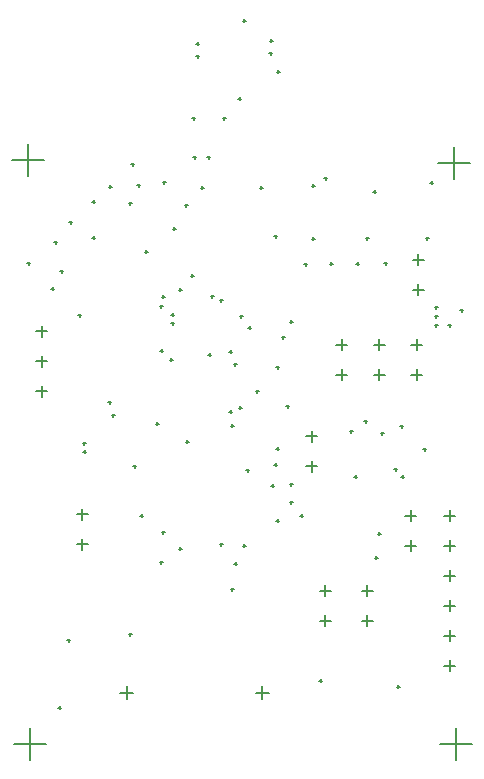
<source format=gbr>
%TF.GenerationSoftware,Altium Limited,Altium Designer,19.1.5 (86)*%
G04 Layer_Color=128*
%FSLAX26Y26*%
%MOIN*%
%TF.FileFunction,Drillmap*%
%TF.Part,Single*%
G01*
G75*
%TA.AperFunction,NonConductor*%
%ADD48C,0.005000*%
D48*
X2721969Y1055000D02*
X2757402D01*
X2739685Y1037284D02*
Y1072716D01*
X2721969Y1155000D02*
X2757402D01*
X2739685Y1137284D02*
Y1172716D01*
X3052284Y790000D02*
X3087716D01*
X3070000Y772284D02*
Y807716D01*
X3052284Y890000D02*
X3087716D01*
X3070000Y872284D02*
Y907716D01*
X2907284Y540000D02*
X2942716D01*
X2925000Y522284D02*
Y557716D01*
X2907284Y640000D02*
X2942716D01*
X2925000Y622284D02*
Y657716D01*
X2767284Y540000D02*
X2802716D01*
X2785000Y522284D02*
Y557716D01*
X2767284Y640000D02*
X2802716D01*
X2785000Y622284D02*
Y657716D01*
X1822284Y1305000D02*
X1857716D01*
X1840000Y1287284D02*
Y1322716D01*
X1822284Y1405000D02*
X1857716D01*
X1840000Y1387284D02*
Y1422716D01*
X1822284Y1505000D02*
X1857716D01*
X1840000Y1487284D02*
Y1522716D01*
X1957284Y795000D02*
X1992716D01*
X1975000Y777284D02*
Y812716D01*
X1957284Y895000D02*
X1992716D01*
X1975000Y877284D02*
Y912716D01*
X3182284Y390000D02*
X3217716D01*
X3200000Y372284D02*
Y407716D01*
X3182284Y490000D02*
X3217716D01*
X3200000Y472284D02*
Y507716D01*
X3182284Y590000D02*
X3217716D01*
X3200000Y572284D02*
Y607716D01*
X3182284Y690000D02*
X3217716D01*
X3200000Y672284D02*
Y707716D01*
X3182284Y790000D02*
X3217716D01*
X3200000Y772284D02*
Y807716D01*
X3182284Y890000D02*
X3217716D01*
X3200000Y872284D02*
Y907716D01*
X3072284Y1460000D02*
X3107716D01*
X3090000Y1442284D02*
Y1477716D01*
X3072284Y1360000D02*
X3107716D01*
X3090000Y1342284D02*
Y1377716D01*
X2947284Y1460000D02*
X2982716D01*
X2965000Y1442284D02*
Y1477716D01*
X2947284Y1360000D02*
X2982716D01*
X2965000Y1342284D02*
Y1377716D01*
X2822284Y1460000D02*
X2857716D01*
X2840000Y1442284D02*
Y1477716D01*
X2822284Y1360000D02*
X2857716D01*
X2840000Y1342284D02*
Y1377716D01*
X3077284Y1643242D02*
X3112716D01*
X3095000Y1625525D02*
Y1660958D01*
X3077284Y1743242D02*
X3112716D01*
X3095000Y1725525D02*
Y1760958D01*
X2102559Y300000D02*
X2145866D01*
X2124213Y278346D02*
Y321654D01*
X2553347Y300000D02*
X2596653D01*
X2575000Y278346D02*
Y321654D01*
X2276849Y1847427D02*
X2286849D01*
X2281849Y1842427D02*
Y1852427D01*
X2239918Y1619493D02*
X2249918D01*
X2244918Y1614493D02*
Y1624493D01*
X2008397Y1817265D02*
X2018397D01*
X2013397Y1812265D02*
Y1822265D01*
X2337196Y1690000D02*
X2347196D01*
X2342196Y1685000D02*
Y1695000D01*
X2480000Y1395000D02*
X2490000D01*
X2485000Y1390000D02*
Y1400000D01*
X2394638Y1426024D02*
X2404638D01*
X2399638Y1421024D02*
Y1431024D01*
X2621575Y1385000D02*
X2631575D01*
X2626575Y1380000D02*
Y1390000D01*
X2464431Y1236917D02*
X2474431D01*
X2469431Y1231917D02*
Y1241917D01*
X2497042Y1249322D02*
X2507042D01*
X2502042Y1244322D02*
Y1254322D01*
X3015000Y1045709D02*
X3025000D01*
X3020000Y1040709D02*
Y1050709D01*
X1895000Y250000D02*
X1905000D01*
X1900000Y245000D02*
Y255000D01*
X3111505Y1110853D02*
X3121505D01*
X3116505Y1105853D02*
Y1115853D01*
X3038266Y1020000D02*
X3048266D01*
X3043266Y1015000D02*
Y1025000D01*
X2621575Y1113037D02*
X2631575D01*
X2626575Y1108037D02*
Y1118037D01*
X2881890Y1020000D02*
X2891890D01*
X2886890Y1015000D02*
Y1025000D01*
X2667474Y995000D02*
X2677474D01*
X2672474Y990000D02*
Y1000000D01*
X2667474Y935000D02*
X2677474D01*
X2672474Y930000D02*
Y940000D01*
X2605000Y990000D02*
X2615000D01*
X2610000Y985000D02*
Y995000D01*
X2482109Y730000D02*
X2492109D01*
X2487109Y725000D02*
Y735000D01*
X2297509Y780000D02*
X2307509D01*
X2302509Y775000D02*
Y785000D01*
X2233058Y735281D02*
X2243058D01*
X2238058Y730281D02*
Y740281D01*
X2470000Y645000D02*
X2480000D01*
X2475000Y640000D02*
Y650000D01*
X2867582Y1172362D02*
X2877582D01*
X2872582Y1167362D02*
Y1177362D01*
X3235000Y1575000D02*
X3245000D01*
X3240000Y1570000D02*
Y1580000D01*
X3195000Y1525000D02*
X3205000D01*
X3200000Y1520000D02*
Y1530000D01*
X3150000Y1525000D02*
X3160000D01*
X3155000Y1520000D02*
Y1530000D01*
X3150000Y1555000D02*
X3160000D01*
X3155000Y1550000D02*
Y1560000D01*
X3150000Y1585000D02*
X3160000D01*
X3155000Y1580000D02*
Y1590000D01*
X2667474Y1536446D02*
X2677474D01*
X2672474Y1531446D02*
Y1541446D01*
X2640000Y1485000D02*
X2650000D01*
X2645000Y1480000D02*
Y1490000D01*
X2553877Y1305000D02*
X2563877D01*
X2558877Y1300000D02*
Y1310000D01*
X3023445Y320000D02*
X3033445D01*
X3028445Y315000D02*
Y325000D01*
X2765000Y340000D02*
X2775000D01*
X2770000Y335000D02*
Y345000D01*
X2500000Y1555000D02*
X2510000D01*
X2505000Y1550000D02*
Y1560000D01*
X2271559Y1531886D02*
X2281559D01*
X2276559Y1526886D02*
Y1536886D01*
X2271559Y1559725D02*
X2281559D01*
X2276559Y1554725D02*
Y1564725D01*
X1977806Y1102649D02*
X1987806D01*
X1982806Y1097649D02*
Y1107649D01*
X1977339Y1131283D02*
X1987339D01*
X1982339Y1126283D02*
Y1136283D01*
X2320000Y1137424D02*
X2330000D01*
X2325000Y1132424D02*
Y1142424D01*
X2220006Y1196922D02*
X2230006D01*
X2225006Y1191922D02*
Y1201922D01*
X2522345Y1041890D02*
X2532345D01*
X2527345Y1036890D02*
Y1046890D01*
X2239918Y835000D02*
X2249918D01*
X2244918Y830000D02*
Y840000D01*
X2130476Y495000D02*
X2140476D01*
X2135476Y490000D02*
Y500000D01*
X1925000Y475000D02*
X1935000D01*
X1930000Y470000D02*
Y480000D01*
X2144396Y1055000D02*
X2154396D01*
X2149396Y1050000D02*
Y1060000D01*
X2623975Y2370000D02*
X2633975D01*
X2628975Y2365000D02*
Y2375000D01*
X2495000Y2280000D02*
X2505000D01*
X2500000Y2275000D02*
Y2285000D01*
X2355000Y2422196D02*
X2365000D01*
X2360000Y2417196D02*
Y2427196D01*
X2355000Y2463474D02*
X2365000D01*
X2360000Y2458474D02*
Y2468474D01*
X2370000Y1983899D02*
X2380000D01*
X2375000Y1978899D02*
Y1988899D01*
X2567417Y1983899D02*
X2577417D01*
X2572417Y1978899D02*
Y1988899D01*
X2781099Y2015000D02*
X2791099D01*
X2786099Y2010000D02*
Y2020000D01*
X2464431Y1437234D02*
X2474431D01*
X2469431Y1432234D02*
Y1442234D01*
X3034406Y1187678D02*
X3044406D01*
X3039406Y1182678D02*
Y1192678D01*
X2970000Y1165000D02*
X2980000D01*
X2975000Y1160000D02*
Y1170000D01*
X2915000Y1204173D02*
X2925000D01*
X2920000Y1199173D02*
Y1209173D01*
X3120000Y1815827D02*
X3130000D01*
X3125000Y1810827D02*
Y1820827D01*
X2919472Y1815827D02*
X2929472D01*
X2924472Y1810827D02*
Y1820827D01*
X2740000Y1813205D02*
X2750000D01*
X2745000Y1808205D02*
Y1818205D01*
X3135000Y2000000D02*
X3145000D01*
X3140000Y1995000D02*
Y2005000D01*
X2235000Y1440000D02*
X2245000D01*
X2240000Y1435000D02*
Y1445000D01*
X2443228Y2214188D02*
X2453228D01*
X2448228Y2209188D02*
Y2219188D01*
X2342196Y2215000D02*
X2352196D01*
X2347196Y2210000D02*
Y2220000D01*
X2391872Y2085362D02*
X2401872D01*
X2396872Y2080362D02*
Y2090362D01*
X2345000Y2085362D02*
X2355000D01*
X2350000Y2080362D02*
Y2090362D01*
X2469537Y1189182D02*
X2479537D01*
X2474537Y1184182D02*
Y1194182D01*
X2615000Y1059331D02*
X2625000D01*
X2620000Y1054331D02*
Y1064331D01*
X2073425Y1225000D02*
X2083425D01*
X2078425Y1220000D02*
Y1230000D01*
X2061868Y1268425D02*
X2071868D01*
X2066868Y1263425D02*
Y1273425D01*
X2655635Y1255586D02*
X2665635D01*
X2660635Y1250586D02*
Y1260586D01*
X2598974Y2431358D02*
X2608974D01*
X2603974Y2426358D02*
Y2436358D01*
X2600000Y2472780D02*
X2610000D01*
X2605000Y2467780D02*
Y2477780D01*
X2510000Y2540000D02*
X2520000D01*
X2515000Y2535000D02*
Y2545000D01*
X2945000Y1970000D02*
X2955000D01*
X2950000Y1965000D02*
Y1975000D01*
X2233058Y1587564D02*
X2243058D01*
X2238058Y1582564D02*
Y1592564D01*
X2297509Y1642729D02*
X2307509D01*
X2302509Y1637729D02*
Y1647729D01*
X2403408Y1622028D02*
X2413408D01*
X2408408Y1617028D02*
Y1627028D01*
X2528425Y1517467D02*
X2538425D01*
X2533425Y1512467D02*
Y1522467D01*
X2433920Y1609146D02*
X2443920D01*
X2438920Y1604146D02*
Y1614146D01*
X2266874Y1409395D02*
X2276874D01*
X2271874Y1404395D02*
Y1414395D01*
X2167836Y890000D02*
X2177836D01*
X2172836Y885000D02*
Y895000D01*
X2959646Y829876D02*
X2969646D01*
X2964646Y824876D02*
Y834876D01*
X2950000Y750000D02*
X2960000D01*
X2955000Y745000D02*
Y755000D01*
X2702244Y890000D02*
X2712244D01*
X2707244Y885000D02*
Y895000D01*
X2621575Y873307D02*
X2631575D01*
X2626575Y868307D02*
Y878307D01*
X2510000Y789488D02*
X2520000D01*
X2515000Y784488D02*
Y794488D01*
X2433920Y795000D02*
X2443920D01*
X2438920Y790000D02*
Y800000D01*
X1741850Y2075000D02*
X1848150D01*
X1795000Y2021850D02*
Y2128150D01*
X3166850Y130000D02*
X3273150D01*
X3220000Y76850D02*
Y183150D01*
X1746850Y130000D02*
X1853150D01*
X1800000Y76850D02*
Y183150D01*
X3161850Y2065000D02*
X3268150D01*
X3215000Y2011850D02*
Y2118150D01*
X1901905Y1704864D02*
X1911905D01*
X1906905Y1699864D02*
Y1709864D01*
X2740000Y1990000D02*
X2750000D01*
X2745000Y1985000D02*
Y1995000D01*
X2183120Y1770556D02*
X2193120D01*
X2188120Y1765556D02*
Y1775556D01*
X2981486Y1731036D02*
X2991486D01*
X2986486Y1726036D02*
Y1736036D01*
X2888347Y1729359D02*
X2898347D01*
X2893347Y1724359D02*
Y1734359D01*
X2800000Y1730540D02*
X2810000D01*
X2805000Y1725540D02*
Y1735540D01*
X2715000Y1728441D02*
X2725000D01*
X2720000Y1723441D02*
Y1733441D01*
X2615000Y1820987D02*
X2625000D01*
X2620000Y1815987D02*
Y1825987D01*
X2130256Y1931441D02*
X2140256D01*
X2135256Y1926441D02*
Y1936441D01*
X2007908D02*
X2017908D01*
X2012908Y1931441D02*
Y1941441D01*
X1871941Y1646441D02*
X1881941D01*
X1876941Y1641441D02*
Y1651441D01*
X2243499Y2001441D02*
X2253499D01*
X2248499Y1996441D02*
Y2006441D01*
X2158094Y1991441D02*
X2168094D01*
X2163094Y1986441D02*
Y1996441D01*
X1962190Y1558327D02*
X1972190D01*
X1967190Y1553327D02*
Y1563327D01*
X2316941Y1925454D02*
X2326941D01*
X2321941Y1920454D02*
Y1930454D01*
X2138900Y2061441D02*
X2148900D01*
X2143900Y2056441D02*
Y2066441D01*
X2063349Y1986441D02*
X2073349D01*
X2068349Y1981441D02*
Y1991441D01*
X1931941Y1868842D02*
X1941941D01*
X1936941Y1863842D02*
Y1873842D01*
X1881941Y1801441D02*
X1891941D01*
X1886941Y1796441D02*
Y1806441D01*
X1791941Y1731441D02*
X1801941D01*
X1796941Y1726441D02*
Y1736441D01*
%TF.MD5,e6b7c5f757aff74350db177fd5681472*%
M02*

</source>
